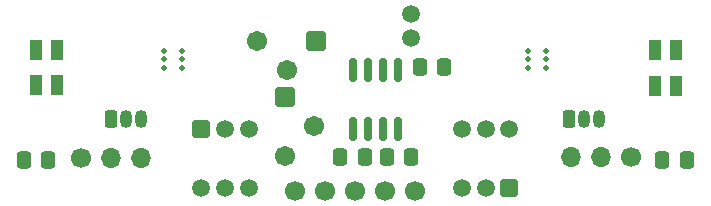
<source format=gts>
G04 #@! TF.GenerationSoftware,KiCad,Pcbnew,9.0.2*
G04 #@! TF.CreationDate,2025-06-25T23:25:14-06:00*
G04 #@! TF.ProjectId,TurnSignal,5475726e-5369-4676-9e61-6c2e6b696361,rev?*
G04 #@! TF.SameCoordinates,Original*
G04 #@! TF.FileFunction,Soldermask,Top*
G04 #@! TF.FilePolarity,Negative*
%FSLAX46Y46*%
G04 Gerber Fmt 4.6, Leading zero omitted, Abs format (unit mm)*
G04 Created by KiCad (PCBNEW 9.0.2) date 2025-06-25 23:25:14*
%MOMM*%
%LPD*%
G01*
G04 APERTURE LIST*
G04 Aperture macros list*
%AMRoundRect*
0 Rectangle with rounded corners*
0 $1 Rounding radius*
0 $2 $3 $4 $5 $6 $7 $8 $9 X,Y pos of 4 corners*
0 Add a 4 corners polygon primitive as box body*
4,1,4,$2,$3,$4,$5,$6,$7,$8,$9,$2,$3,0*
0 Add four circle primitives for the rounded corners*
1,1,$1+$1,$2,$3*
1,1,$1+$1,$4,$5*
1,1,$1+$1,$6,$7*
1,1,$1+$1,$8,$9*
0 Add four rect primitives between the rounded corners*
20,1,$1+$1,$2,$3,$4,$5,0*
20,1,$1+$1,$4,$5,$6,$7,0*
20,1,$1+$1,$6,$7,$8,$9,0*
20,1,$1+$1,$8,$9,$2,$3,0*%
G04 Aperture macros list end*
%ADD10RoundRect,0.283820X-0.572180X0.572180X-0.572180X-0.572180X0.572180X-0.572180X0.572180X0.572180X0*%
%ADD11C,1.712000*%
%ADD12RoundRect,0.250000X-0.337500X-0.475000X0.337500X-0.475000X0.337500X0.475000X-0.337500X0.475000X0*%
%ADD13RoundRect,0.288991X-0.467009X-0.467009X0.467009X-0.467009X0.467009X0.467009X-0.467009X0.467009X0*%
%ADD14C,1.512000*%
%ADD15RoundRect,0.250000X0.337500X0.475000X-0.337500X0.475000X-0.337500X-0.475000X0.337500X-0.475000X0*%
%ADD16RoundRect,0.288991X0.467009X0.467009X-0.467009X0.467009X-0.467009X-0.467009X0.467009X-0.467009X0*%
%ADD17RoundRect,0.283820X0.572180X0.572180X-0.572180X0.572180X-0.572180X-0.572180X0.572180X-0.572180X0*%
%ADD18R,1.100000X1.700000*%
%ADD19C,1.700000*%
%ADD20O,1.700000X1.700000*%
%ADD21C,0.500000*%
%ADD22RoundRect,0.150000X0.150000X-0.825000X0.150000X0.825000X-0.150000X0.825000X-0.150000X-0.825000X0*%
%ADD23RoundRect,0.250000X-0.275000X-0.500000X0.275000X-0.500000X0.275000X0.500000X-0.275000X0.500000X0*%
%ADD24O,1.050000X1.500000*%
%ADD25C,1.500000*%
G04 APERTURE END LIST*
D10*
X125080000Y-101939999D03*
D11*
X127580000Y-104439999D03*
X125080000Y-106939999D03*
D12*
X133730000Y-107024999D03*
X135805000Y-107024999D03*
D13*
X118040000Y-104660000D03*
D14*
X120040000Y-104660000D03*
X122040000Y-104660000D03*
X118040000Y-109660000D03*
X120040000Y-109660000D03*
X122040000Y-109660000D03*
D12*
X136530000Y-99430000D03*
X138605000Y-99430000D03*
D15*
X105084999Y-107250000D03*
X103009999Y-107250000D03*
D16*
X144100000Y-109680000D03*
D14*
X142100000Y-109680000D03*
X140100000Y-109680000D03*
X144100000Y-104680000D03*
X142100000Y-104680000D03*
X140100000Y-104680000D03*
D17*
X127770000Y-97170000D03*
D11*
X125270000Y-99670000D03*
X122770000Y-97170000D03*
D12*
X157075000Y-107305000D03*
X159150000Y-107305000D03*
D18*
X105845000Y-100965000D03*
X104045000Y-100965000D03*
X104045000Y-97965000D03*
X105845000Y-97965000D03*
D19*
X154390000Y-107030000D03*
D20*
X151850000Y-107030000D03*
X149310000Y-107030000D03*
D21*
X147210000Y-98020000D03*
X145710000Y-98020000D03*
X147210000Y-98770000D03*
X145710000Y-98770000D03*
X147210000Y-99520000D03*
X145710000Y-99520000D03*
D15*
X131890000Y-107024999D03*
X129815000Y-107024999D03*
D19*
X136130000Y-109910000D03*
X133590000Y-109910000D03*
X131050000Y-109910000D03*
X128510000Y-109910000D03*
X125970000Y-109910000D03*
D22*
X130915000Y-104649999D03*
X132185000Y-104649999D03*
X133455000Y-104649999D03*
X134725000Y-104649999D03*
X134725000Y-99699999D03*
X133455000Y-99699999D03*
X132185000Y-99699999D03*
X130915000Y-99699999D03*
D18*
X156424999Y-98000000D03*
X158224999Y-98000000D03*
X158224999Y-101000000D03*
X156424999Y-101000000D03*
D19*
X107809999Y-107075000D03*
D20*
X110349999Y-107075000D03*
X112889999Y-107075000D03*
D21*
X116410000Y-98020000D03*
X114910000Y-98020000D03*
X116410000Y-98770000D03*
X114910000Y-98770000D03*
X116410000Y-99520000D03*
X114910000Y-99520000D03*
D23*
X110415000Y-103830000D03*
D24*
X111685000Y-103830000D03*
X112955000Y-103830000D03*
D23*
X149200000Y-103800000D03*
D24*
X150470000Y-103800000D03*
X151740000Y-103800000D03*
D25*
X135780000Y-96920000D03*
X135780000Y-94920000D03*
M02*

</source>
